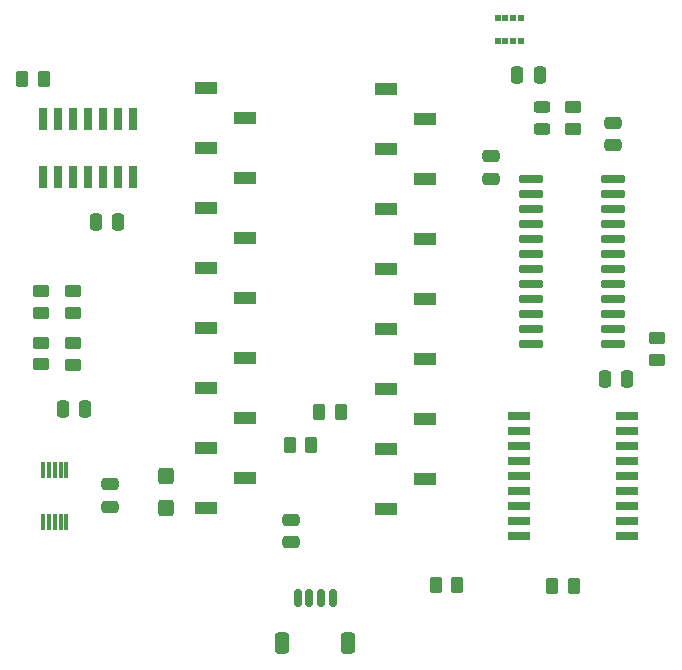
<source format=gbr>
%TF.GenerationSoftware,KiCad,Pcbnew,7.0.10*%
%TF.CreationDate,2024-03-09T05:04:33-09:00*%
%TF.ProjectId,SP_V.1.7.5_Board,53505f56-2e31-42e3-972e-355f426f6172,rev?*%
%TF.SameCoordinates,Original*%
%TF.FileFunction,Paste,Top*%
%TF.FilePolarity,Positive*%
%FSLAX46Y46*%
G04 Gerber Fmt 4.6, Leading zero omitted, Abs format (unit mm)*
G04 Created by KiCad (PCBNEW 7.0.10) date 2024-03-09 05:04:33*
%MOMM*%
%LPD*%
G01*
G04 APERTURE LIST*
G04 Aperture macros list*
%AMRoundRect*
0 Rectangle with rounded corners*
0 $1 Rounding radius*
0 $2 $3 $4 $5 $6 $7 $8 $9 X,Y pos of 4 corners*
0 Add a 4 corners polygon primitive as box body*
4,1,4,$2,$3,$4,$5,$6,$7,$8,$9,$2,$3,0*
0 Add four circle primitives for the rounded corners*
1,1,$1+$1,$2,$3*
1,1,$1+$1,$4,$5*
1,1,$1+$1,$6,$7*
1,1,$1+$1,$8,$9*
0 Add four rect primitives between the rounded corners*
20,1,$1+$1,$2,$3,$4,$5,0*
20,1,$1+$1,$4,$5,$6,$7,0*
20,1,$1+$1,$6,$7,$8,$9,0*
20,1,$1+$1,$8,$9,$2,$3,0*%
G04 Aperture macros list end*
%ADD10R,1.900000X1.000000*%
%ADD11RoundRect,0.250000X0.262500X0.450000X-0.262500X0.450000X-0.262500X-0.450000X0.262500X-0.450000X0*%
%ADD12RoundRect,0.042000X0.258000X-0.908000X0.258000X0.908000X-0.258000X0.908000X-0.258000X-0.908000X0*%
%ADD13RoundRect,0.250000X0.475000X-0.250000X0.475000X0.250000X-0.475000X0.250000X-0.475000X-0.250000X0*%
%ADD14RoundRect,0.250000X0.425000X-0.450000X0.425000X0.450000X-0.425000X0.450000X-0.425000X-0.450000X0*%
%ADD15RoundRect,0.250000X0.450000X-0.262500X0.450000X0.262500X-0.450000X0.262500X-0.450000X-0.262500X0*%
%ADD16RoundRect,0.042000X-0.913000X-0.258000X0.913000X-0.258000X0.913000X0.258000X-0.913000X0.258000X0*%
%ADD17RoundRect,0.243750X0.456250X-0.243750X0.456250X0.243750X-0.456250X0.243750X-0.456250X-0.243750X0*%
%ADD18RoundRect,0.250000X-0.250000X-0.475000X0.250000X-0.475000X0.250000X0.475000X-0.250000X0.475000X0*%
%ADD19RoundRect,0.250000X-0.450000X0.262500X-0.450000X-0.262500X0.450000X-0.262500X0.450000X0.262500X0*%
%ADD20RoundRect,0.250000X-0.262500X-0.450000X0.262500X-0.450000X0.262500X0.450000X-0.262500X0.450000X0*%
%ADD21RoundRect,0.027000X-0.198000X0.218000X-0.198000X-0.218000X0.198000X-0.218000X0.198000X0.218000X0*%
%ADD22RoundRect,0.250000X0.250000X0.475000X-0.250000X0.475000X-0.250000X-0.475000X0.250000X-0.475000X0*%
%ADD23R,0.300000X1.400000*%
%ADD24RoundRect,0.150000X-0.150000X-0.625000X0.150000X-0.625000X0.150000X0.625000X-0.150000X0.625000X0*%
%ADD25RoundRect,0.250000X-0.350000X-0.650000X0.350000X-0.650000X0.350000X0.650000X-0.350000X0.650000X0*%
%ADD26RoundRect,0.048800X-0.936200X-0.256200X0.936200X-0.256200X0.936200X0.256200X-0.936200X0.256200X0*%
G04 APERTURE END LIST*
D10*
%TO.C,J11*%
X129120000Y-65645000D03*
X132420000Y-68185000D03*
X129120000Y-70725000D03*
X132420000Y-73265000D03*
X129120000Y-75805000D03*
X132420000Y-78345000D03*
X129120000Y-80885000D03*
X132420000Y-83425000D03*
X129120000Y-85965000D03*
X132420000Y-88505000D03*
X129120000Y-91045000D03*
X132420000Y-93585000D03*
X129120000Y-96125000D03*
X132420000Y-98665000D03*
X129120000Y-101205000D03*
X144360000Y-101230000D03*
X147660000Y-98690000D03*
X144360000Y-96150000D03*
X147660000Y-93610000D03*
X144360000Y-91070000D03*
X147660000Y-88530000D03*
X144360000Y-85990000D03*
X147660000Y-83450000D03*
X144360000Y-80910000D03*
X147660000Y-78370000D03*
X144360000Y-75830000D03*
X147660000Y-73290000D03*
X144360000Y-70750000D03*
X147660000Y-68210000D03*
X144360000Y-65670000D03*
%TD*%
D11*
%TO.C,R10*%
X140487500Y-93025000D03*
X138662500Y-93025000D03*
%TD*%
D12*
%TO.C,U5*%
X115290000Y-73117500D03*
X116560000Y-73117500D03*
X117830000Y-73117500D03*
X119100000Y-73117500D03*
X120370000Y-73117500D03*
X121640000Y-73117500D03*
X122910000Y-73117500D03*
X122910000Y-68207500D03*
X121640000Y-68207500D03*
X120370000Y-68207500D03*
X119100000Y-68207500D03*
X117830000Y-68207500D03*
X116560000Y-68207500D03*
X115290000Y-68207500D03*
%TD*%
D13*
%TO.C,C2*%
X163520000Y-70460000D03*
X163520000Y-68560000D03*
%TD*%
D14*
%TO.C,C7*%
X125730000Y-101200000D03*
X125730000Y-98500000D03*
%TD*%
D15*
%TO.C,R5*%
X115085000Y-89012500D03*
X115085000Y-87187500D03*
%TD*%
%TO.C,R6*%
X117835000Y-84652500D03*
X117835000Y-82827500D03*
%TD*%
D16*
%TO.C,U2*%
X155550000Y-93420000D03*
X155550000Y-94690000D03*
X155550000Y-95960000D03*
X155550000Y-97230000D03*
X155550000Y-98500000D03*
X155550000Y-99770000D03*
X155550000Y-101040000D03*
X155550000Y-102310000D03*
X155550000Y-103580000D03*
X164770000Y-103580000D03*
X164770000Y-102310000D03*
X164770000Y-101040000D03*
X164770000Y-99770000D03*
X164770000Y-98500000D03*
X164770000Y-97230000D03*
X164770000Y-95960000D03*
X164770000Y-94690000D03*
X164770000Y-93420000D03*
%TD*%
D17*
%TO.C,D1*%
X157570000Y-69100000D03*
X157570000Y-67225000D03*
%TD*%
D18*
%TO.C,C5*%
X155430000Y-64560000D03*
X157330000Y-64560000D03*
%TD*%
D19*
%TO.C,R4*%
X117825000Y-87207500D03*
X117825000Y-89032500D03*
%TD*%
D15*
%TO.C,R11*%
X160200000Y-69062500D03*
X160200000Y-67237500D03*
%TD*%
D13*
%TO.C,C6*%
X136250000Y-104075000D03*
X136250000Y-102175000D03*
%TD*%
D18*
%TO.C,C8*%
X116950000Y-92800000D03*
X118850000Y-92800000D03*
%TD*%
D20*
%TO.C,R1*%
X158417500Y-107820000D03*
X160242500Y-107820000D03*
%TD*%
D21*
%TO.C,U4*%
X155725000Y-61670000D03*
X155075000Y-61670000D03*
X154425000Y-61670000D03*
X153775000Y-61670000D03*
X153775000Y-59730000D03*
X154425000Y-59730000D03*
X155075000Y-59730000D03*
X155725000Y-59730000D03*
%TD*%
D22*
%TO.C,C4*%
X121640000Y-77000000D03*
X119740000Y-77000000D03*
%TD*%
D20*
%TO.C,R9*%
X136187500Y-95875000D03*
X138012500Y-95875000D03*
%TD*%
D22*
%TO.C,C3*%
X164775000Y-90300000D03*
X162875000Y-90300000D03*
%TD*%
D23*
%TO.C,U3*%
X115275000Y-102325000D03*
X115775000Y-102325000D03*
X116275000Y-102325000D03*
X116775000Y-102325000D03*
X117275000Y-102325000D03*
X117275000Y-97925000D03*
X116775000Y-97925000D03*
X116275000Y-97925000D03*
X115775000Y-97925000D03*
X115275000Y-97925000D03*
%TD*%
D11*
%TO.C,R8*%
X115362500Y-64825000D03*
X113537500Y-64825000D03*
%TD*%
D15*
%TO.C,R3*%
X167300000Y-88637500D03*
X167300000Y-86812500D03*
%TD*%
D24*
%TO.C,J7*%
X136850000Y-108770000D03*
X137850000Y-108770000D03*
X138850000Y-108770000D03*
X139850000Y-108770000D03*
D25*
X135550000Y-112645000D03*
X141150000Y-112645000D03*
%TD*%
D26*
%TO.C,U1*%
X156605000Y-73295000D03*
X156605000Y-74565000D03*
X156605000Y-75835000D03*
X156605000Y-77105000D03*
X156605000Y-78375000D03*
X156605000Y-79645000D03*
X156605000Y-80915000D03*
X156605000Y-82185000D03*
X156605000Y-83455000D03*
X156605000Y-84725000D03*
X156605000Y-85995000D03*
X156605000Y-87265000D03*
X163535000Y-87265000D03*
X163535000Y-85995000D03*
X163535000Y-84725000D03*
X163535000Y-83455000D03*
X163535000Y-82185000D03*
X163535000Y-80915000D03*
X163535000Y-79645000D03*
X163535000Y-78375000D03*
X163535000Y-77105000D03*
X163535000Y-75835000D03*
X163535000Y-74565000D03*
X163535000Y-73295000D03*
%TD*%
D13*
%TO.C,C9*%
X121000000Y-101075000D03*
X121000000Y-99175000D03*
%TD*%
D19*
%TO.C,R7*%
X115095000Y-82817500D03*
X115095000Y-84642500D03*
%TD*%
D13*
%TO.C,C1*%
X153260000Y-73300000D03*
X153260000Y-71400000D03*
%TD*%
D20*
%TO.C,R2*%
X148547500Y-107670000D03*
X150372500Y-107670000D03*
%TD*%
M02*

</source>
